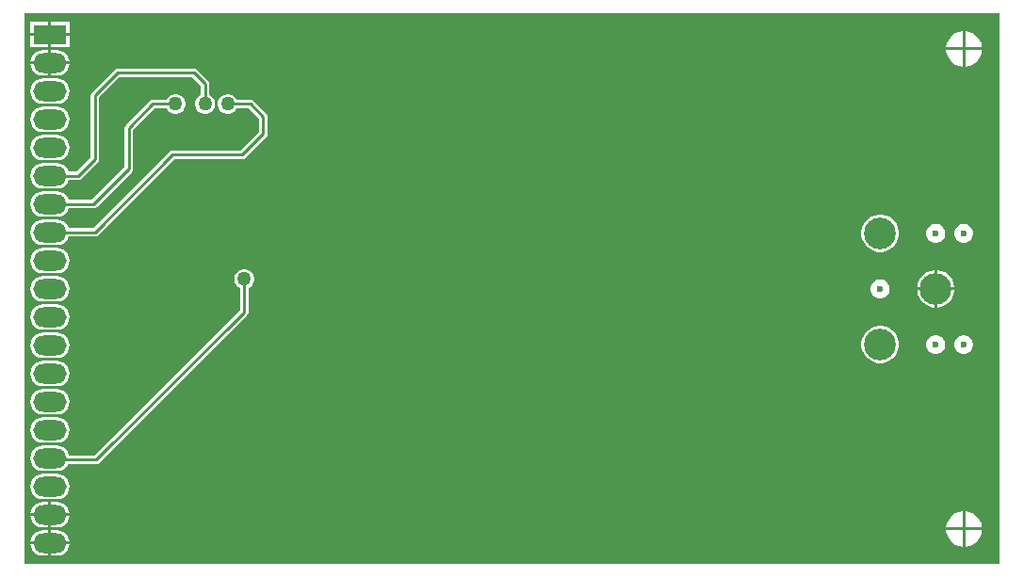
<source format=gbr>
%TF.GenerationSoftware,Altium Limited,Altium Designer,24.1.2 (44)*%
G04 Layer_Physical_Order=2*
G04 Layer_Color=16711680*
%FSLAX45Y45*%
%MOMM*%
%TF.SameCoordinates,081E4AA9-6FF8-4DA1-966E-1EA6E075E410*%
%TF.FilePolarity,Positive*%
%TF.FileFunction,Copper,L2,Bot,Signal*%
%TF.Part,Single*%
G01*
G75*
%TA.AperFunction,Conductor*%
%ADD17C,0.25400*%
%TA.AperFunction,ComponentPad*%
%ADD18C,2.85000*%
%ADD19C,0.60000*%
%ADD20R,3.00000X1.78000*%
%ADD21O,3.00000X1.78000*%
%TA.AperFunction,ViaPad*%
%ADD22C,1.27000*%
G36*
X8826500Y63500D02*
X63500D01*
Y5016500D01*
X8826500D01*
Y63500D01*
D02*
G37*
%LPC*%
G36*
X467500Y4940400D02*
X304800D01*
Y4838700D01*
X467500D01*
Y4940400D01*
D02*
G37*
G36*
X279400D02*
X116700D01*
Y4838700D01*
X279400D01*
Y4940400D01*
D02*
G37*
G36*
X467500Y4813300D02*
X304800D01*
Y4711600D01*
X467500D01*
Y4813300D01*
D02*
G37*
G36*
X279400D02*
X116700D01*
Y4711600D01*
X279400D01*
Y4813300D01*
D02*
G37*
G36*
X353100Y4687387D02*
X304800D01*
Y4584700D01*
X466815D01*
X464555Y4601864D01*
X453028Y4629694D01*
X434691Y4653591D01*
X410794Y4671928D01*
X382964Y4683455D01*
X353100Y4687387D01*
D02*
G37*
G36*
X279400D02*
X231100D01*
X201236Y4683455D01*
X173407Y4671928D01*
X149509Y4653591D01*
X131172Y4629694D01*
X119645Y4601864D01*
X117385Y4584700D01*
X279400D01*
Y4687387D01*
D02*
G37*
G36*
X8524759Y4859000D02*
X8493241D01*
X8462330Y4852851D01*
X8433211Y4840790D01*
X8407006Y4823280D01*
X8384720Y4800994D01*
X8367210Y4774789D01*
X8355149Y4745670D01*
X8349000Y4714759D01*
Y4683241D01*
X8355149Y4652330D01*
X8367210Y4623211D01*
X8384720Y4597006D01*
X8407006Y4574720D01*
X8433211Y4557210D01*
X8462330Y4545149D01*
X8493241Y4539000D01*
X8524759D01*
X8555670Y4545149D01*
X8584789Y4557210D01*
X8610994Y4574720D01*
X8633280Y4597006D01*
X8650790Y4623211D01*
X8662851Y4652330D01*
X8669000Y4683241D01*
Y4714759D01*
X8662851Y4745670D01*
X8650790Y4774789D01*
X8633280Y4800994D01*
X8610994Y4823280D01*
X8584789Y4840790D01*
X8555670Y4852851D01*
X8524759Y4859000D01*
D02*
G37*
G36*
X466815Y4559300D02*
X304800D01*
Y4456613D01*
X353100D01*
X382964Y4460545D01*
X410794Y4472072D01*
X434691Y4490409D01*
X453028Y4514306D01*
X464555Y4542136D01*
X466815Y4559300D01*
D02*
G37*
G36*
X279400D02*
X117385D01*
X119645Y4542136D01*
X131172Y4514306D01*
X149509Y4490409D01*
X173406Y4472072D01*
X201236Y4460545D01*
X231100Y4456613D01*
X279400D01*
Y4559300D01*
D02*
G37*
G36*
X353100Y4433387D02*
X231100D01*
X201236Y4429455D01*
X173407Y4417928D01*
X149509Y4399591D01*
X131172Y4375694D01*
X119645Y4347864D01*
X115713Y4318000D01*
X119645Y4288136D01*
X131172Y4260306D01*
X149509Y4236409D01*
X173406Y4218072D01*
X201236Y4206545D01*
X231100Y4202613D01*
X353100D01*
X382964Y4206545D01*
X410794Y4218072D01*
X434691Y4236409D01*
X453028Y4260306D01*
X464555Y4288136D01*
X468487Y4318000D01*
X464555Y4347864D01*
X453028Y4375694D01*
X434691Y4399591D01*
X410794Y4417928D01*
X382964Y4429455D01*
X353100Y4433387D01*
D02*
G37*
G36*
X1587500Y4521947D02*
X901700D01*
X886834Y4518989D01*
X874231Y4510569D01*
X671031Y4307369D01*
X662611Y4294766D01*
X659653Y4279900D01*
Y3724491D01*
X530009Y3594847D01*
X460835D01*
X453028Y3613694D01*
X434691Y3637591D01*
X410794Y3655928D01*
X382964Y3667455D01*
X353100Y3671387D01*
X231100D01*
X201236Y3667455D01*
X173407Y3655928D01*
X149509Y3637591D01*
X131172Y3613694D01*
X119645Y3585864D01*
X115713Y3556000D01*
X119645Y3526136D01*
X131172Y3498306D01*
X149509Y3474409D01*
X173406Y3456072D01*
X201236Y3444545D01*
X231100Y3440613D01*
X353100D01*
X382964Y3444545D01*
X410794Y3456072D01*
X434691Y3474409D01*
X453028Y3498306D01*
X460835Y3517153D01*
X546100D01*
X560966Y3520111D01*
X573569Y3528531D01*
X725969Y3680931D01*
X734389Y3693534D01*
X737347Y3708400D01*
Y4263809D01*
X917791Y4444253D01*
X1571409D01*
X1650253Y4365409D01*
Y4283925D01*
X1634514Y4274838D01*
X1617962Y4258286D01*
X1606258Y4238014D01*
X1600200Y4215404D01*
Y4191996D01*
X1606258Y4169386D01*
X1617962Y4149114D01*
X1634514Y4132562D01*
X1654786Y4120858D01*
X1677396Y4114800D01*
X1700804D01*
X1723414Y4120858D01*
X1743686Y4132562D01*
X1760238Y4149114D01*
X1771942Y4169386D01*
X1778000Y4191996D01*
Y4215404D01*
X1771942Y4238014D01*
X1760238Y4258286D01*
X1743686Y4274838D01*
X1727947Y4283925D01*
Y4381500D01*
X1725480Y4393900D01*
X1724989Y4396366D01*
X1716569Y4408969D01*
X1614969Y4510569D01*
X1602366Y4518989D01*
X1587500Y4521947D01*
D02*
G37*
G36*
X1434104Y4292600D02*
X1410696D01*
X1388086Y4286542D01*
X1367814Y4274838D01*
X1351262Y4258286D01*
X1342175Y4242547D01*
X1219200D01*
X1204334Y4239589D01*
X1191731Y4231169D01*
X975831Y4015269D01*
X967411Y4002666D01*
X964453Y3987800D01*
Y3635591D01*
X669709Y3340847D01*
X460835D01*
X453028Y3359694D01*
X434691Y3383591D01*
X410794Y3401928D01*
X382964Y3413455D01*
X353100Y3417387D01*
X231100D01*
X201236Y3413455D01*
X173407Y3401928D01*
X149509Y3383591D01*
X131172Y3359694D01*
X119645Y3331864D01*
X115713Y3302000D01*
X119645Y3272136D01*
X131172Y3244306D01*
X149509Y3220409D01*
X173406Y3202072D01*
X201236Y3190545D01*
X231100Y3186613D01*
X353100D01*
X382964Y3190545D01*
X410794Y3202072D01*
X434691Y3220409D01*
X453028Y3244306D01*
X460835Y3263153D01*
X685800D01*
X700666Y3266111D01*
X713269Y3274531D01*
X1030769Y3592031D01*
X1039189Y3604634D01*
X1042147Y3619500D01*
Y3971709D01*
X1235291Y4164853D01*
X1342175D01*
X1351262Y4149114D01*
X1367814Y4132562D01*
X1388086Y4120858D01*
X1410696Y4114800D01*
X1434104D01*
X1456714Y4120858D01*
X1476986Y4132562D01*
X1493538Y4149114D01*
X1505242Y4169386D01*
X1511300Y4191996D01*
Y4215404D01*
X1505242Y4238014D01*
X1493538Y4258286D01*
X1476986Y4274838D01*
X1456714Y4286542D01*
X1434104Y4292600D01*
D02*
G37*
G36*
X353100Y4179387D02*
X231100D01*
X201236Y4175455D01*
X173407Y4163928D01*
X149509Y4145591D01*
X131172Y4121694D01*
X119645Y4093864D01*
X115713Y4064000D01*
X119645Y4034136D01*
X131172Y4006306D01*
X149509Y3982409D01*
X173406Y3964072D01*
X201236Y3952545D01*
X231100Y3948613D01*
X353100D01*
X382964Y3952545D01*
X410794Y3964072D01*
X434691Y3982409D01*
X453028Y4006306D01*
X464555Y4034136D01*
X468487Y4064000D01*
X464555Y4093864D01*
X453028Y4121694D01*
X434691Y4145591D01*
X410794Y4163928D01*
X382964Y4175455D01*
X353100Y4179387D01*
D02*
G37*
G36*
Y3925387D02*
X231100D01*
X201236Y3921455D01*
X173407Y3909928D01*
X149509Y3891591D01*
X131172Y3867694D01*
X119645Y3839864D01*
X115713Y3810000D01*
X119645Y3780136D01*
X131172Y3752306D01*
X149509Y3728409D01*
X173406Y3710072D01*
X201236Y3698545D01*
X231100Y3694613D01*
X353100D01*
X382964Y3698545D01*
X410794Y3710072D01*
X434691Y3728409D01*
X453028Y3752306D01*
X464555Y3780136D01*
X468487Y3810000D01*
X464555Y3839864D01*
X453028Y3867694D01*
X434691Y3891591D01*
X410794Y3909928D01*
X382964Y3921455D01*
X353100Y3925387D01*
D02*
G37*
G36*
X1904004Y4292600D02*
X1880596D01*
X1857986Y4286542D01*
X1837714Y4274838D01*
X1821162Y4258286D01*
X1809458Y4238014D01*
X1803400Y4215404D01*
Y4191996D01*
X1809458Y4169386D01*
X1821162Y4149114D01*
X1837714Y4132562D01*
X1857986Y4120858D01*
X1880596Y4114800D01*
X1904004D01*
X1926614Y4120858D01*
X1946886Y4132562D01*
X1963438Y4149114D01*
X1972525Y4164853D01*
X2079409D01*
X2170953Y4073309D01*
Y3953091D01*
X2003209Y3785347D01*
X1397000D01*
X1382134Y3782389D01*
X1369531Y3773969D01*
X682409Y3086847D01*
X460835D01*
X453028Y3105694D01*
X434691Y3129591D01*
X410794Y3147928D01*
X382964Y3159455D01*
X353100Y3163387D01*
X231100D01*
X201236Y3159455D01*
X173407Y3147928D01*
X149509Y3129591D01*
X131172Y3105694D01*
X119645Y3077864D01*
X115713Y3048000D01*
X119645Y3018136D01*
X131172Y2990306D01*
X149509Y2966409D01*
X173406Y2948072D01*
X201236Y2936545D01*
X231100Y2932613D01*
X353100D01*
X382964Y2936545D01*
X410794Y2948072D01*
X434691Y2966409D01*
X453028Y2990306D01*
X460835Y3009153D01*
X698500D01*
X713366Y3012111D01*
X725969Y3020531D01*
X1413091Y3707653D01*
X2019300D01*
X2034166Y3710611D01*
X2046769Y3719031D01*
X2237269Y3909531D01*
X2245689Y3922134D01*
X2248647Y3937000D01*
Y4089400D01*
X2245689Y4104266D01*
X2237269Y4116869D01*
X2122969Y4231169D01*
X2110366Y4239589D01*
X2095500Y4242547D01*
X1972525D01*
X1963438Y4258286D01*
X1946886Y4274838D01*
X1926614Y4286542D01*
X1904004Y4292600D01*
D02*
G37*
G36*
X8516243Y3125400D02*
X8493757D01*
X8472037Y3119580D01*
X8452563Y3108337D01*
X8436663Y3092437D01*
X8425420Y3072963D01*
X8419600Y3051243D01*
Y3028757D01*
X8425420Y3007037D01*
X8436663Y2987563D01*
X8452563Y2971663D01*
X8472037Y2960420D01*
X8493757Y2954600D01*
X8516243D01*
X8537963Y2960420D01*
X8557437Y2971663D01*
X8573337Y2987563D01*
X8584580Y3007037D01*
X8590400Y3028757D01*
Y3051243D01*
X8584580Y3072963D01*
X8573337Y3092437D01*
X8557437Y3108337D01*
X8537963Y3119580D01*
X8516243Y3125400D01*
D02*
G37*
G36*
X8266243D02*
X8243757D01*
X8222037Y3119580D01*
X8202563Y3108337D01*
X8186663Y3092437D01*
X8175420Y3072963D01*
X8169600Y3051243D01*
Y3028757D01*
X8175420Y3007037D01*
X8186663Y2987563D01*
X8202563Y2971663D01*
X8222037Y2960420D01*
X8243757Y2954600D01*
X8266243D01*
X8287963Y2960420D01*
X8307437Y2971663D01*
X8323337Y2987563D01*
X8334580Y3007037D01*
X8340400Y3028757D01*
Y3051243D01*
X8334580Y3072963D01*
X8323337Y3092437D01*
X8307437Y3108337D01*
X8287963Y3119580D01*
X8266243Y3125400D01*
D02*
G37*
G36*
X7771537Y3207900D02*
X7738463D01*
X7706025Y3201447D01*
X7675470Y3188791D01*
X7647970Y3170416D01*
X7624584Y3147030D01*
X7606209Y3119530D01*
X7593553Y3088975D01*
X7587100Y3056537D01*
Y3023463D01*
X7593553Y2991026D01*
X7606209Y2960470D01*
X7624584Y2932970D01*
X7647970Y2909584D01*
X7675470Y2891209D01*
X7706025Y2878553D01*
X7738463Y2872100D01*
X7771537D01*
X7803974Y2878553D01*
X7834530Y2891209D01*
X7862030Y2909584D01*
X7885416Y2932970D01*
X7903791Y2960470D01*
X7916447Y2991026D01*
X7922900Y3023463D01*
Y3056537D01*
X7916447Y3088975D01*
X7903791Y3119530D01*
X7885416Y3147030D01*
X7862030Y3170416D01*
X7834530Y3188791D01*
X7803974Y3201447D01*
X7771537Y3207900D01*
D02*
G37*
G36*
X353100Y2909387D02*
X231100D01*
X201236Y2905455D01*
X173407Y2893928D01*
X149509Y2875591D01*
X131172Y2851694D01*
X119645Y2823864D01*
X115713Y2794000D01*
X119645Y2764136D01*
X131172Y2736306D01*
X149509Y2712409D01*
X173406Y2694072D01*
X201236Y2682545D01*
X231100Y2678613D01*
X353100D01*
X382964Y2682545D01*
X410794Y2694072D01*
X434691Y2712409D01*
X453028Y2736306D01*
X464555Y2764136D01*
X468487Y2794000D01*
X464555Y2823864D01*
X453028Y2851694D01*
X434691Y2875591D01*
X410794Y2893928D01*
X382964Y2905455D01*
X353100Y2909387D01*
D02*
G37*
G36*
X8271537Y2707900D02*
X8267700D01*
Y2552700D01*
X8422900D01*
Y2556537D01*
X8416447Y2588975D01*
X8403791Y2619530D01*
X8385416Y2647030D01*
X8362030Y2670416D01*
X8334530Y2688791D01*
X8303975Y2701447D01*
X8271537Y2707900D01*
D02*
G37*
G36*
X8242300D02*
X8238463D01*
X8206025Y2701447D01*
X8175470Y2688791D01*
X8147970Y2670416D01*
X8124584Y2647030D01*
X8106209Y2619530D01*
X8093553Y2588975D01*
X8087100Y2556537D01*
Y2552700D01*
X8242300D01*
Y2707900D01*
D02*
G37*
G36*
X7766243Y2625400D02*
X7743757D01*
X7722037Y2619580D01*
X7702563Y2608337D01*
X7686663Y2592437D01*
X7675420Y2572963D01*
X7669600Y2551243D01*
Y2528757D01*
X7675420Y2507037D01*
X7686663Y2487563D01*
X7702563Y2471663D01*
X7722037Y2460420D01*
X7743757Y2454600D01*
X7766243D01*
X7787963Y2460420D01*
X7807437Y2471663D01*
X7823337Y2487563D01*
X7834580Y2507037D01*
X7840400Y2528757D01*
Y2551243D01*
X7834580Y2572963D01*
X7823337Y2592437D01*
X7807437Y2608337D01*
X7787963Y2619580D01*
X7766243Y2625400D01*
D02*
G37*
G36*
X353100Y2655387D02*
X231100D01*
X201236Y2651455D01*
X173407Y2639928D01*
X149509Y2621591D01*
X131172Y2597694D01*
X119645Y2569864D01*
X115713Y2540000D01*
X119645Y2510136D01*
X131172Y2482306D01*
X149509Y2458409D01*
X173406Y2440072D01*
X201236Y2428545D01*
X231100Y2424613D01*
X353100D01*
X382964Y2428545D01*
X410794Y2440072D01*
X434691Y2458409D01*
X453028Y2482306D01*
X464555Y2510136D01*
X468487Y2540000D01*
X464555Y2569864D01*
X453028Y2597694D01*
X434691Y2621591D01*
X410794Y2639928D01*
X382964Y2651455D01*
X353100Y2655387D01*
D02*
G37*
G36*
X8422900Y2527300D02*
X8267700D01*
Y2372100D01*
X8271537D01*
X8303975Y2378553D01*
X8334530Y2391209D01*
X8362030Y2409584D01*
X8385416Y2432970D01*
X8403791Y2460470D01*
X8416447Y2491025D01*
X8422900Y2523463D01*
Y2527300D01*
D02*
G37*
G36*
X8242300D02*
X8087100D01*
Y2523463D01*
X8093553Y2491025D01*
X8106209Y2460470D01*
X8124584Y2432970D01*
X8147970Y2409584D01*
X8175470Y2391209D01*
X8206025Y2378553D01*
X8238463Y2372100D01*
X8242300D01*
Y2527300D01*
D02*
G37*
G36*
X353100Y2401387D02*
X231100D01*
X201236Y2397455D01*
X173407Y2385928D01*
X149509Y2367591D01*
X131172Y2343694D01*
X119645Y2315864D01*
X115713Y2286000D01*
X119645Y2256136D01*
X131172Y2228306D01*
X149509Y2204409D01*
X173406Y2186072D01*
X201236Y2174545D01*
X231100Y2170613D01*
X353100D01*
X382964Y2174545D01*
X410794Y2186072D01*
X434691Y2204409D01*
X453028Y2228306D01*
X464555Y2256136D01*
X468487Y2286000D01*
X464555Y2315864D01*
X453028Y2343694D01*
X434691Y2367591D01*
X410794Y2385928D01*
X382964Y2397455D01*
X353100Y2401387D01*
D02*
G37*
G36*
X8516243Y2125400D02*
X8493757D01*
X8472037Y2119580D01*
X8452563Y2108337D01*
X8436663Y2092437D01*
X8425420Y2072963D01*
X8419600Y2051243D01*
Y2028757D01*
X8425420Y2007037D01*
X8436663Y1987563D01*
X8452563Y1971663D01*
X8472037Y1960420D01*
X8493757Y1954600D01*
X8516243D01*
X8537963Y1960420D01*
X8557437Y1971663D01*
X8573337Y1987563D01*
X8584580Y2007037D01*
X8590400Y2028757D01*
Y2051243D01*
X8584580Y2072963D01*
X8573337Y2092437D01*
X8557437Y2108337D01*
X8537963Y2119580D01*
X8516243Y2125400D01*
D02*
G37*
G36*
X8266243D02*
X8243757D01*
X8222037Y2119580D01*
X8202563Y2108337D01*
X8186663Y2092437D01*
X8175420Y2072963D01*
X8169600Y2051243D01*
Y2028757D01*
X8175420Y2007037D01*
X8186663Y1987563D01*
X8202563Y1971663D01*
X8222037Y1960420D01*
X8243757Y1954600D01*
X8266243D01*
X8287963Y1960420D01*
X8307437Y1971663D01*
X8323337Y1987563D01*
X8334580Y2007037D01*
X8340400Y2028757D01*
Y2051243D01*
X8334580Y2072963D01*
X8323337Y2092437D01*
X8307437Y2108337D01*
X8287963Y2119580D01*
X8266243Y2125400D01*
D02*
G37*
G36*
X353100Y2147387D02*
X231100D01*
X201236Y2143455D01*
X173407Y2131928D01*
X149509Y2113591D01*
X131172Y2089694D01*
X119645Y2061864D01*
X115713Y2032000D01*
X119645Y2002136D01*
X131172Y1974306D01*
X149509Y1950409D01*
X173406Y1932072D01*
X201236Y1920545D01*
X231100Y1916613D01*
X353100D01*
X382964Y1920545D01*
X410794Y1932072D01*
X434691Y1950409D01*
X453028Y1974306D01*
X464555Y2002136D01*
X468487Y2032000D01*
X464555Y2061864D01*
X453028Y2089694D01*
X434691Y2113591D01*
X410794Y2131928D01*
X382964Y2143455D01*
X353100Y2147387D01*
D02*
G37*
G36*
X7771537Y2207900D02*
X7738463D01*
X7706025Y2201447D01*
X7675470Y2188791D01*
X7647970Y2170416D01*
X7624584Y2147030D01*
X7606209Y2119530D01*
X7593553Y2088974D01*
X7587100Y2056537D01*
Y2023463D01*
X7593553Y1991025D01*
X7606209Y1960470D01*
X7624584Y1932970D01*
X7647970Y1909584D01*
X7675470Y1891209D01*
X7706025Y1878553D01*
X7738463Y1872100D01*
X7771537D01*
X7803974Y1878553D01*
X7834530Y1891209D01*
X7862030Y1909584D01*
X7885416Y1932970D01*
X7903791Y1960470D01*
X7916447Y1991025D01*
X7922900Y2023463D01*
Y2056537D01*
X7916447Y2088974D01*
X7903791Y2119530D01*
X7885416Y2147030D01*
X7862030Y2170416D01*
X7834530Y2188791D01*
X7803974Y2201447D01*
X7771537Y2207900D01*
D02*
G37*
G36*
X353100Y1893387D02*
X231100D01*
X201236Y1889455D01*
X173407Y1877928D01*
X149509Y1859591D01*
X131172Y1835694D01*
X119645Y1807864D01*
X115713Y1778000D01*
X119645Y1748136D01*
X131172Y1720306D01*
X149509Y1696409D01*
X173406Y1678072D01*
X201236Y1666545D01*
X231100Y1662613D01*
X353100D01*
X382964Y1666545D01*
X410794Y1678072D01*
X434691Y1696409D01*
X453028Y1720306D01*
X464555Y1748136D01*
X468487Y1778000D01*
X464555Y1807864D01*
X453028Y1835694D01*
X434691Y1859591D01*
X410794Y1877928D01*
X382964Y1889455D01*
X353100Y1893387D01*
D02*
G37*
G36*
Y1639387D02*
X231100D01*
X201236Y1635455D01*
X173407Y1623928D01*
X149509Y1605591D01*
X131172Y1581694D01*
X119645Y1553864D01*
X115713Y1524000D01*
X119645Y1494136D01*
X131172Y1466306D01*
X149509Y1442409D01*
X173406Y1424072D01*
X201236Y1412545D01*
X231100Y1408613D01*
X353100D01*
X382964Y1412545D01*
X410794Y1424072D01*
X434691Y1442409D01*
X453028Y1466306D01*
X464555Y1494136D01*
X468487Y1524000D01*
X464555Y1553864D01*
X453028Y1581694D01*
X434691Y1605591D01*
X410794Y1623928D01*
X382964Y1635455D01*
X353100Y1639387D01*
D02*
G37*
G36*
Y1385387D02*
X231100D01*
X201236Y1381455D01*
X173407Y1369928D01*
X149509Y1351591D01*
X131172Y1327694D01*
X119645Y1299864D01*
X115713Y1270000D01*
X119645Y1240136D01*
X131172Y1212306D01*
X149509Y1188409D01*
X173406Y1170072D01*
X201236Y1158545D01*
X231100Y1154613D01*
X353100D01*
X382964Y1158545D01*
X410794Y1170072D01*
X434691Y1188409D01*
X453028Y1212306D01*
X464555Y1240136D01*
X468487Y1270000D01*
X464555Y1299864D01*
X453028Y1327694D01*
X434691Y1351591D01*
X410794Y1369928D01*
X382964Y1381455D01*
X353100Y1385387D01*
D02*
G37*
G36*
X2050204Y2717800D02*
X2026796D01*
X2004186Y2711742D01*
X1983914Y2700038D01*
X1967362Y2683486D01*
X1955658Y2663214D01*
X1949600Y2640604D01*
Y2617196D01*
X1955658Y2594586D01*
X1967362Y2574314D01*
X1983914Y2557762D01*
X1999653Y2548675D01*
Y2346691D01*
X695109Y1042147D01*
X465045D01*
X464555Y1045864D01*
X453028Y1073694D01*
X434691Y1097591D01*
X410794Y1115928D01*
X382964Y1127455D01*
X353100Y1131387D01*
X231100D01*
X201236Y1127455D01*
X173407Y1115928D01*
X149509Y1097591D01*
X131172Y1073694D01*
X119645Y1045864D01*
X115713Y1016000D01*
X119645Y986136D01*
X131172Y958306D01*
X149509Y934409D01*
X173406Y916072D01*
X201236Y904545D01*
X231100Y900613D01*
X353100D01*
X382964Y904545D01*
X410794Y916072D01*
X434691Y934409D01*
X453028Y958306D01*
X455574Y964453D01*
X711200D01*
X726066Y967411D01*
X738669Y975831D01*
X2065968Y2303131D01*
X2074389Y2315734D01*
X2077346Y2330600D01*
Y2548675D01*
X2093086Y2557762D01*
X2109638Y2574314D01*
X2121341Y2594586D01*
X2127400Y2617196D01*
Y2640604D01*
X2121341Y2663214D01*
X2109638Y2683486D01*
X2093086Y2700038D01*
X2072814Y2711742D01*
X2050204Y2717800D01*
D02*
G37*
G36*
X353100Y877387D02*
X231100D01*
X201236Y873455D01*
X173407Y861928D01*
X149509Y843591D01*
X131172Y819694D01*
X119645Y791864D01*
X115713Y762000D01*
X119645Y732136D01*
X131172Y704306D01*
X149509Y680409D01*
X173406Y662072D01*
X201236Y650545D01*
X231100Y646613D01*
X353100D01*
X382964Y650545D01*
X410794Y662072D01*
X434691Y680409D01*
X453028Y704306D01*
X464555Y732136D01*
X468487Y762000D01*
X464555Y791864D01*
X453028Y819694D01*
X434691Y843591D01*
X410794Y861928D01*
X382964Y873455D01*
X353100Y877387D01*
D02*
G37*
G36*
Y623387D02*
X304800D01*
Y520700D01*
X466815D01*
X464555Y537864D01*
X453028Y565694D01*
X434691Y589591D01*
X410794Y607928D01*
X382964Y619455D01*
X353100Y623387D01*
D02*
G37*
G36*
X279400D02*
X231100D01*
X201236Y619455D01*
X173407Y607928D01*
X149509Y589591D01*
X131172Y565694D01*
X119645Y537864D01*
X117385Y520700D01*
X279400D01*
Y623387D01*
D02*
G37*
G36*
X466815Y495300D02*
X304800D01*
Y392613D01*
X353100D01*
X382964Y396545D01*
X410794Y408072D01*
X434691Y426409D01*
X453028Y450306D01*
X464555Y478136D01*
X466815Y495300D01*
D02*
G37*
G36*
X279400D02*
X117385D01*
X119645Y478136D01*
X131172Y450306D01*
X149509Y426409D01*
X173406Y408072D01*
X201236Y396545D01*
X231100Y392613D01*
X279400D01*
Y495300D01*
D02*
G37*
G36*
X353100Y369387D02*
X304800D01*
Y266700D01*
X466815D01*
X464555Y283864D01*
X453028Y311694D01*
X434691Y335591D01*
X410794Y353928D01*
X382964Y365455D01*
X353100Y369387D01*
D02*
G37*
G36*
X279400D02*
X231100D01*
X201236Y365455D01*
X173407Y353928D01*
X149509Y335591D01*
X131172Y311694D01*
X119645Y283864D01*
X117385Y266700D01*
X279400D01*
Y369387D01*
D02*
G37*
G36*
X8524759Y541000D02*
X8493241D01*
X8462330Y534851D01*
X8433211Y522790D01*
X8407006Y505280D01*
X8384720Y482994D01*
X8367210Y456789D01*
X8355149Y427670D01*
X8349000Y396759D01*
Y365241D01*
X8355149Y334330D01*
X8367210Y305211D01*
X8384720Y279006D01*
X8407006Y256720D01*
X8433211Y239210D01*
X8462330Y227149D01*
X8493241Y221000D01*
X8524759D01*
X8555670Y227149D01*
X8584789Y239210D01*
X8610994Y256720D01*
X8633280Y279006D01*
X8650790Y305211D01*
X8662851Y334330D01*
X8669000Y365241D01*
Y396759D01*
X8662851Y427670D01*
X8650790Y456789D01*
X8633280Y482994D01*
X8610994Y505280D01*
X8584789Y522790D01*
X8555670Y534851D01*
X8524759Y541000D01*
D02*
G37*
G36*
X466815Y241300D02*
X304800D01*
Y138613D01*
X353100D01*
X382964Y142545D01*
X410794Y154072D01*
X434691Y172409D01*
X453028Y196306D01*
X464555Y224136D01*
X466815Y241300D01*
D02*
G37*
G36*
X279400D02*
X117385D01*
X119645Y224136D01*
X131172Y196306D01*
X149509Y172409D01*
X173406Y154072D01*
X201236Y142545D01*
X231100Y138613D01*
X279400D01*
Y241300D01*
D02*
G37*
%LPD*%
G36*
X8521700Y4711700D02*
X8668999D01*
Y4699000D01*
Y4686300D01*
X8521700D01*
Y4539001D01*
X8496300D01*
Y4686300D01*
X8349001D01*
Y4699000D01*
Y4711700D01*
X8496300D01*
Y4858999D01*
X8521700D01*
Y4711700D01*
D02*
G37*
G36*
Y393700D02*
X8668999D01*
Y381000D01*
Y368300D01*
X8521700D01*
Y221001D01*
X8496300D01*
Y368300D01*
X8349001D01*
Y381000D01*
Y393700D01*
X8496300D01*
Y540999D01*
X8521700D01*
Y393700D01*
D02*
G37*
D17*
X1587500Y4483100D02*
X1689100Y4381500D01*
Y4203700D02*
Y4381500D01*
X901700Y4483100D02*
X1587500D01*
X698500Y3708400D02*
Y4279900D01*
X901700Y4483100D01*
X546100Y3556000D02*
X698500Y3708400D01*
X292100Y3556000D02*
X546100D01*
X1219200Y4203700D02*
X1422400D01*
X1003300Y3987800D02*
X1219200Y4203700D01*
X1003300Y3619500D02*
Y3987800D01*
X685800Y3302000D02*
X1003300Y3619500D01*
X292100Y3302000D02*
X685800D01*
X2095500Y4203700D02*
X2209800Y4089400D01*
X1892300Y4203700D02*
X2095500D01*
X2209800Y3937000D02*
Y4089400D01*
X2019300Y3746500D02*
X2209800Y3937000D01*
X698500Y3048000D02*
X1397000Y3746500D01*
X2019300D01*
X292100Y3048000D02*
X698500D01*
X292100Y1016000D02*
X304800Y1003300D01*
X711200D01*
X2038500Y2330600D02*
Y2628900D01*
X711200Y1003300D02*
X2038500Y2330600D01*
D18*
X8255000Y2540000D02*
D03*
X7755000Y3040000D02*
D03*
Y2040000D02*
D03*
D19*
X8505000D02*
D03*
X8255000D02*
D03*
X8505000Y3040000D02*
D03*
X8255000D02*
D03*
X7755000Y2540000D02*
D03*
D20*
X292100Y4826000D02*
D03*
D21*
Y4572000D02*
D03*
Y4318000D02*
D03*
Y4064000D02*
D03*
Y3810000D02*
D03*
Y3556000D02*
D03*
Y3302000D02*
D03*
Y3048000D02*
D03*
Y2794000D02*
D03*
Y2540000D02*
D03*
Y2286000D02*
D03*
Y2032000D02*
D03*
Y1778000D02*
D03*
Y1524000D02*
D03*
Y1270000D02*
D03*
Y1016000D02*
D03*
Y762000D02*
D03*
Y508000D02*
D03*
Y254000D02*
D03*
D22*
X1892300Y4203700D02*
D03*
X1422400D02*
D03*
X1689100D02*
D03*
X2038500Y2628900D02*
D03*
%TF.MD5,d5ba55ae2dcd757f783e35d1bf865c80*%
M02*

</source>
